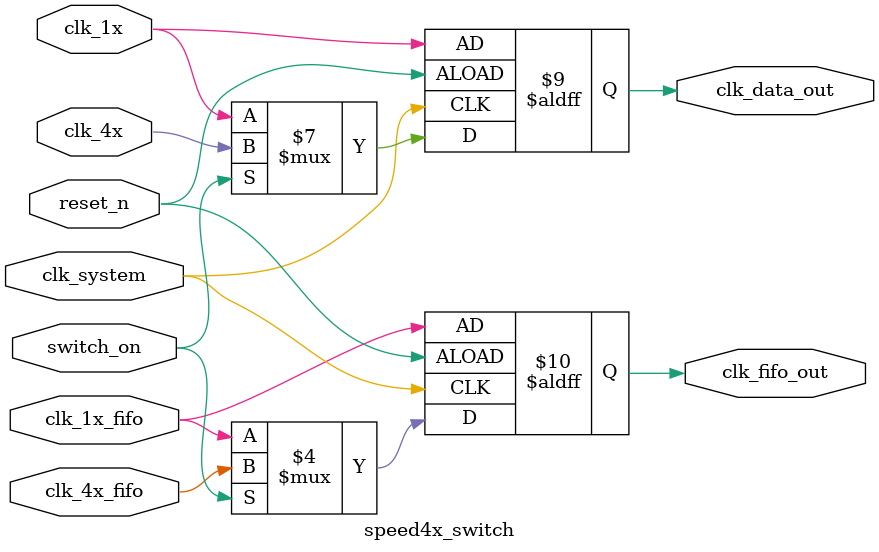
<source format=v>
module speed4x_switch(					// speed4x_switch.v
clk_system,
reset_n,
switch_on,
clk_4x,
clk_4x_fifo,
clk_1x,
clk_1x_fifo,
clk_data_out,
clk_fifo_out
);
input clk_system;
input reset_n;
input switch_on;
input clk_4x;//750kHz
input clk_4x_fifo;//23.43KHz
input clk_1x;//187.5KHz
input clk_1x_fifo;//5.86KHz

output reg clk_data_out;
output reg clk_fifo_out;

always@(posedge clk_system or negedge reset_n)
	if(!reset_n)
	begin
		clk_data_out <= clk_1x;
		clk_fifo_out <= clk_1x_fifo;
	end
	else
		if(switch_on)
		begin
			clk_data_out <= clk_4x;
			clk_fifo_out <= clk_4x_fifo;
		end
		else
		begin
			clk_data_out <= clk_1x;
			clk_fifo_out <= clk_1x_fifo;
		end
endmodule	
	
</source>
